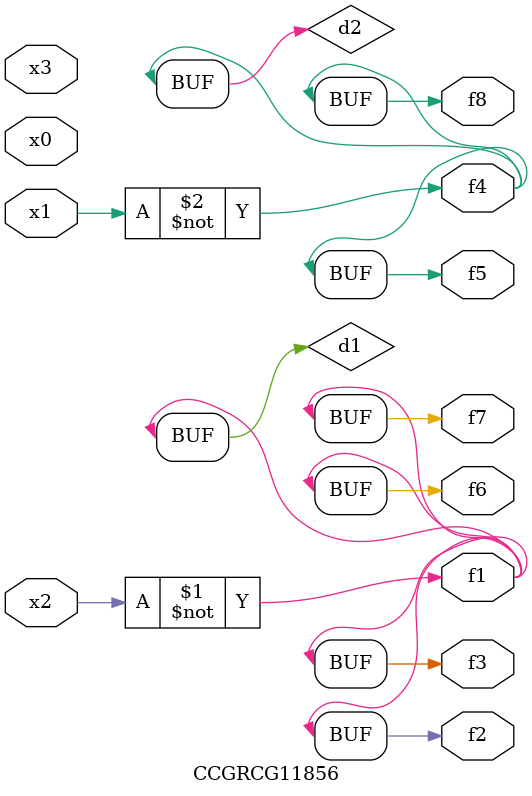
<source format=v>
module CCGRCG11856(
	input x0, x1, x2, x3,
	output f1, f2, f3, f4, f5, f6, f7, f8
);

	wire d1, d2;

	xnor (d1, x2);
	not (d2, x1);
	assign f1 = d1;
	assign f2 = d1;
	assign f3 = d1;
	assign f4 = d2;
	assign f5 = d2;
	assign f6 = d1;
	assign f7 = d1;
	assign f8 = d2;
endmodule

</source>
